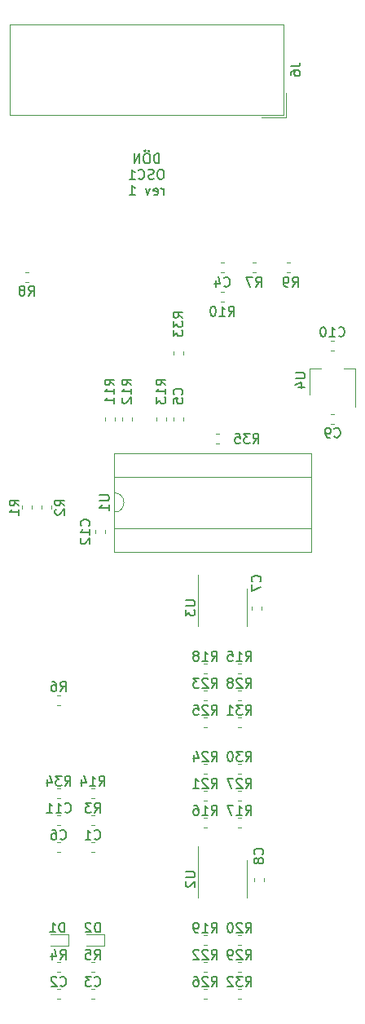
<source format=gbr>
G04 #@! TF.GenerationSoftware,KiCad,Pcbnew,5.1.6-c6e7f7d~86~ubuntu20.04.1*
G04 #@! TF.CreationDate,2020-05-29T14:12:18+02:00*
G04 #@! TF.ProjectId,osc1,6f736331-2e6b-4696-9361-645f70636258,rev?*
G04 #@! TF.SameCoordinates,Original*
G04 #@! TF.FileFunction,Legend,Bot*
G04 #@! TF.FilePolarity,Positive*
%FSLAX46Y46*%
G04 Gerber Fmt 4.6, Leading zero omitted, Abs format (unit mm)*
G04 Created by KiCad (PCBNEW 5.1.6-c6e7f7d~86~ubuntu20.04.1) date 2020-05-29 14:12:18*
%MOMM*%
%LPD*%
G01*
G04 APERTURE LIST*
%ADD10C,0.150000*%
%ADD11C,0.120000*%
G04 APERTURE END LIST*
D10*
X95035523Y-84146380D02*
X95035523Y-83146380D01*
X94797428Y-83146380D01*
X94654571Y-83194000D01*
X94559333Y-83289238D01*
X94511714Y-83384476D01*
X94464095Y-83574952D01*
X94464095Y-83717809D01*
X94511714Y-83908285D01*
X94559333Y-84003523D01*
X94654571Y-84098761D01*
X94797428Y-84146380D01*
X95035523Y-84146380D01*
X93845047Y-83146380D02*
X93654571Y-83146380D01*
X93559333Y-83194000D01*
X93464095Y-83289238D01*
X93416476Y-83479714D01*
X93416476Y-83813047D01*
X93464095Y-84003523D01*
X93559333Y-84098761D01*
X93654571Y-84146380D01*
X93845047Y-84146380D01*
X93940285Y-84098761D01*
X94035523Y-84003523D01*
X94083142Y-83813047D01*
X94083142Y-83479714D01*
X94035523Y-83289238D01*
X93940285Y-83194000D01*
X93845047Y-83146380D01*
X93940285Y-82813047D02*
X93892666Y-82860666D01*
X93940285Y-82908285D01*
X93987904Y-82860666D01*
X93940285Y-82813047D01*
X93940285Y-82908285D01*
X93559333Y-82813047D02*
X93511714Y-82860666D01*
X93559333Y-82908285D01*
X93606952Y-82860666D01*
X93559333Y-82813047D01*
X93559333Y-82908285D01*
X92987904Y-84146380D02*
X92987904Y-83146380D01*
X92416476Y-84146380D01*
X92416476Y-83146380D01*
X95273619Y-84796380D02*
X95083142Y-84796380D01*
X94987904Y-84844000D01*
X94892666Y-84939238D01*
X94845047Y-85129714D01*
X94845047Y-85463047D01*
X94892666Y-85653523D01*
X94987904Y-85748761D01*
X95083142Y-85796380D01*
X95273619Y-85796380D01*
X95368857Y-85748761D01*
X95464095Y-85653523D01*
X95511714Y-85463047D01*
X95511714Y-85129714D01*
X95464095Y-84939238D01*
X95368857Y-84844000D01*
X95273619Y-84796380D01*
X94464095Y-85748761D02*
X94321238Y-85796380D01*
X94083142Y-85796380D01*
X93987904Y-85748761D01*
X93940285Y-85701142D01*
X93892666Y-85605904D01*
X93892666Y-85510666D01*
X93940285Y-85415428D01*
X93987904Y-85367809D01*
X94083142Y-85320190D01*
X94273619Y-85272571D01*
X94368857Y-85224952D01*
X94416476Y-85177333D01*
X94464095Y-85082095D01*
X94464095Y-84986857D01*
X94416476Y-84891619D01*
X94368857Y-84844000D01*
X94273619Y-84796380D01*
X94035523Y-84796380D01*
X93892666Y-84844000D01*
X92892666Y-85701142D02*
X92940285Y-85748761D01*
X93083142Y-85796380D01*
X93178380Y-85796380D01*
X93321238Y-85748761D01*
X93416476Y-85653523D01*
X93464095Y-85558285D01*
X93511714Y-85367809D01*
X93511714Y-85224952D01*
X93464095Y-85034476D01*
X93416476Y-84939238D01*
X93321238Y-84844000D01*
X93178380Y-84796380D01*
X93083142Y-84796380D01*
X92940285Y-84844000D01*
X92892666Y-84891619D01*
X91940285Y-85796380D02*
X92511714Y-85796380D01*
X92226000Y-85796380D02*
X92226000Y-84796380D01*
X92321238Y-84939238D01*
X92416476Y-85034476D01*
X92511714Y-85082095D01*
X95464095Y-87446380D02*
X95464095Y-86779714D01*
X95464095Y-86970190D02*
X95416476Y-86874952D01*
X95368857Y-86827333D01*
X95273619Y-86779714D01*
X95178380Y-86779714D01*
X94464095Y-87398761D02*
X94559333Y-87446380D01*
X94749809Y-87446380D01*
X94845047Y-87398761D01*
X94892666Y-87303523D01*
X94892666Y-86922571D01*
X94845047Y-86827333D01*
X94749809Y-86779714D01*
X94559333Y-86779714D01*
X94464095Y-86827333D01*
X94416476Y-86922571D01*
X94416476Y-87017809D01*
X94892666Y-87113047D01*
X94083142Y-86779714D02*
X93845047Y-87446380D01*
X93606952Y-86779714D01*
X91940285Y-87446380D02*
X92511714Y-87446380D01*
X92226000Y-87446380D02*
X92226000Y-86446380D01*
X92321238Y-86589238D01*
X92416476Y-86684476D01*
X92511714Y-86732095D01*
D11*
X100929221Y-113286000D02*
X101254779Y-113286000D01*
X100929221Y-112266000D02*
X101254779Y-112266000D01*
X89410000Y-122590779D02*
X89410000Y-122265221D01*
X88390000Y-122590779D02*
X88390000Y-122265221D01*
X84744779Y-149096000D02*
X84419221Y-149096000D01*
X84744779Y-150116000D02*
X84419221Y-150116000D01*
X84444721Y-152910000D02*
X84770279Y-152910000D01*
X84444721Y-151890000D02*
X84770279Y-151890000D01*
X111830000Y-105471500D02*
X110630000Y-105471500D01*
X110630000Y-105471500D02*
X110630000Y-108171500D01*
X115430000Y-109471500D02*
X115430000Y-105471500D01*
X115430000Y-105471500D02*
X114230000Y-105471500D01*
X87975221Y-150116000D02*
X88300779Y-150116000D01*
X87975221Y-149096000D02*
X88300779Y-149096000D01*
X113192779Y-102614000D02*
X112867221Y-102614000D01*
X113192779Y-103634000D02*
X112867221Y-103634000D01*
X112892721Y-111254000D02*
X113218279Y-111254000D01*
X112892721Y-110234000D02*
X113218279Y-110234000D01*
X96518000Y-103697720D02*
X96518000Y-104023278D01*
X97538000Y-103697720D02*
X97538000Y-104023278D01*
X104160000Y-130302000D02*
X104160000Y-132252000D01*
X104160000Y-130302000D02*
X104160000Y-128352000D01*
X99040000Y-130302000D02*
X99040000Y-132252000D01*
X99040000Y-130302000D02*
X99040000Y-126852000D01*
X105920000Y-158684279D02*
X105920000Y-158358721D01*
X104900000Y-158684279D02*
X104900000Y-158358721D01*
X105666000Y-130490279D02*
X105666000Y-130164721D01*
X104646000Y-130490279D02*
X104646000Y-130164721D01*
X89288000Y-164246000D02*
X89288000Y-165446000D01*
X87438000Y-164246000D02*
X89288000Y-164246000D01*
X87438000Y-165446000D02*
X89288000Y-165446000D01*
X85605000Y-164246000D02*
X85605000Y-165446000D01*
X83755000Y-164246000D02*
X85605000Y-164246000D01*
X83755000Y-165446000D02*
X85605000Y-165446000D01*
X104160000Y-158496000D02*
X104160000Y-160446000D01*
X104160000Y-158496000D02*
X104160000Y-156546000D01*
X99040000Y-158496000D02*
X99040000Y-160446000D01*
X99040000Y-158496000D02*
X99040000Y-155046000D01*
X90304000Y-124520000D02*
X90304000Y-114240000D01*
X110864000Y-124520000D02*
X90304000Y-124520000D01*
X110864000Y-114240000D02*
X110864000Y-124520000D01*
X90304000Y-114240000D02*
X110864000Y-114240000D01*
X90364000Y-122030000D02*
X90364000Y-120380000D01*
X110804000Y-122030000D02*
X90364000Y-122030000D01*
X110804000Y-116730000D02*
X110804000Y-122030000D01*
X90364000Y-116730000D02*
X110804000Y-116730000D01*
X90364000Y-118380000D02*
X90364000Y-116730000D01*
X90364000Y-120380000D02*
G75*
G03*
X90364000Y-118380000I0J1000000D01*
G01*
X103540779Y-169924000D02*
X103215221Y-169924000D01*
X103540779Y-170944000D02*
X103215221Y-170944000D01*
X103540779Y-141730000D02*
X103215221Y-141730000D01*
X103540779Y-142750000D02*
X103215221Y-142750000D01*
X103540779Y-146556000D02*
X103215221Y-146556000D01*
X103540779Y-147576000D02*
X103215221Y-147576000D01*
X103540779Y-167130000D02*
X103215221Y-167130000D01*
X103540779Y-168150000D02*
X103215221Y-168150000D01*
X103540779Y-138936000D02*
X103215221Y-138936000D01*
X103540779Y-139956000D02*
X103215221Y-139956000D01*
X103540779Y-149350000D02*
X103215221Y-149350000D01*
X103540779Y-150370000D02*
X103215221Y-150370000D01*
X99984779Y-169924000D02*
X99659221Y-169924000D01*
X99984779Y-170944000D02*
X99659221Y-170944000D01*
X99984779Y-141730000D02*
X99659221Y-141730000D01*
X99984779Y-142750000D02*
X99659221Y-142750000D01*
X99984779Y-146556000D02*
X99659221Y-146556000D01*
X99984779Y-147576000D02*
X99659221Y-147576000D01*
X99659221Y-139956000D02*
X99984779Y-139956000D01*
X99659221Y-138936000D02*
X99984779Y-138936000D01*
X99659221Y-168150000D02*
X99984779Y-168150000D01*
X99659221Y-167130000D02*
X99984779Y-167130000D01*
X99659221Y-150370000D02*
X99984779Y-150370000D01*
X99659221Y-149350000D02*
X99984779Y-149350000D01*
X103215221Y-165356000D02*
X103540779Y-165356000D01*
X103215221Y-164336000D02*
X103540779Y-164336000D01*
X99984779Y-164336000D02*
X99659221Y-164336000D01*
X99984779Y-165356000D02*
X99659221Y-165356000D01*
X99984779Y-136142000D02*
X99659221Y-136142000D01*
X99984779Y-137162000D02*
X99659221Y-137162000D01*
X103540779Y-152144000D02*
X103215221Y-152144000D01*
X103540779Y-153164000D02*
X103215221Y-153164000D01*
X99984779Y-152144000D02*
X99659221Y-152144000D01*
X99984779Y-153164000D02*
X99659221Y-153164000D01*
X103540779Y-136142000D02*
X103215221Y-136142000D01*
X103540779Y-137162000D02*
X103215221Y-137162000D01*
X95760000Y-110906779D02*
X95760000Y-110581221D01*
X94740000Y-110906779D02*
X94740000Y-110581221D01*
X92204000Y-110906779D02*
X92204000Y-110581221D01*
X91184000Y-110906779D02*
X91184000Y-110581221D01*
X90426000Y-110906779D02*
X90426000Y-110581221D01*
X89406000Y-110906779D02*
X89406000Y-110581221D01*
X101762779Y-98554000D02*
X101437221Y-98554000D01*
X101762779Y-97534000D02*
X101437221Y-97534000D01*
X108295221Y-95506000D02*
X108620779Y-95506000D01*
X108295221Y-94486000D02*
X108620779Y-94486000D01*
X81117221Y-96522000D02*
X81442779Y-96522000D01*
X81117221Y-95502000D02*
X81442779Y-95502000D01*
X105064779Y-94486000D02*
X104739221Y-94486000D01*
X105064779Y-95506000D02*
X104739221Y-95506000D01*
X84744779Y-139444000D02*
X84419221Y-139444000D01*
X84744779Y-140464000D02*
X84419221Y-140464000D01*
X88300779Y-167130000D02*
X87975221Y-167130000D01*
X88300779Y-168150000D02*
X87975221Y-168150000D01*
X84744779Y-167130000D02*
X84419221Y-167130000D01*
X84744779Y-168150000D02*
X84419221Y-168150000D01*
X88300779Y-151890000D02*
X87975221Y-151890000D01*
X88300779Y-152910000D02*
X87975221Y-152910000D01*
X83822000Y-120050779D02*
X83822000Y-119725221D01*
X82802000Y-120050779D02*
X82802000Y-119725221D01*
X81790000Y-120050779D02*
X81790000Y-119725221D01*
X80770000Y-120050779D02*
X80770000Y-119725221D01*
X107966000Y-69747000D02*
X79486000Y-69747000D01*
X79486000Y-69747000D02*
X79486000Y-79097000D01*
X79486000Y-79097000D02*
X107966000Y-79097000D01*
X107966000Y-79097000D02*
X107966000Y-69747000D01*
X108216000Y-79347000D02*
X105676000Y-79347000D01*
X108216000Y-79347000D02*
X108216000Y-76807000D01*
X84744779Y-154684000D02*
X84419221Y-154684000D01*
X84744779Y-155704000D02*
X84419221Y-155704000D01*
X97538000Y-110906779D02*
X97538000Y-110581221D01*
X96518000Y-110906779D02*
X96518000Y-110581221D01*
X101762779Y-95506000D02*
X101437221Y-95506000D01*
X101762779Y-94486000D02*
X101437221Y-94486000D01*
X87975221Y-170944000D02*
X88300779Y-170944000D01*
X87975221Y-169924000D02*
X88300779Y-169924000D01*
X84744779Y-169924000D02*
X84419221Y-169924000D01*
X84744779Y-170944000D02*
X84419221Y-170944000D01*
X87975221Y-155704000D02*
X88300779Y-155704000D01*
X87975221Y-154684000D02*
X88300779Y-154684000D01*
D10*
X104782857Y-113228380D02*
X105116190Y-112752190D01*
X105354285Y-113228380D02*
X105354285Y-112228380D01*
X104973333Y-112228380D01*
X104878095Y-112276000D01*
X104830476Y-112323619D01*
X104782857Y-112418857D01*
X104782857Y-112561714D01*
X104830476Y-112656952D01*
X104878095Y-112704571D01*
X104973333Y-112752190D01*
X105354285Y-112752190D01*
X104449523Y-112228380D02*
X103830476Y-112228380D01*
X104163809Y-112609333D01*
X104020952Y-112609333D01*
X103925714Y-112656952D01*
X103878095Y-112704571D01*
X103830476Y-112799809D01*
X103830476Y-113037904D01*
X103878095Y-113133142D01*
X103925714Y-113180761D01*
X104020952Y-113228380D01*
X104306666Y-113228380D01*
X104401904Y-113180761D01*
X104449523Y-113133142D01*
X102925714Y-112228380D02*
X103401904Y-112228380D01*
X103449523Y-112704571D01*
X103401904Y-112656952D01*
X103306666Y-112609333D01*
X103068571Y-112609333D01*
X102973333Y-112656952D01*
X102925714Y-112704571D01*
X102878095Y-112799809D01*
X102878095Y-113037904D01*
X102925714Y-113133142D01*
X102973333Y-113180761D01*
X103068571Y-113228380D01*
X103306666Y-113228380D01*
X103401904Y-113180761D01*
X103449523Y-113133142D01*
X87733142Y-121785142D02*
X87780761Y-121737523D01*
X87828380Y-121594666D01*
X87828380Y-121499428D01*
X87780761Y-121356571D01*
X87685523Y-121261333D01*
X87590285Y-121213714D01*
X87399809Y-121166095D01*
X87256952Y-121166095D01*
X87066476Y-121213714D01*
X86971238Y-121261333D01*
X86876000Y-121356571D01*
X86828380Y-121499428D01*
X86828380Y-121594666D01*
X86876000Y-121737523D01*
X86923619Y-121785142D01*
X87828380Y-122737523D02*
X87828380Y-122166095D01*
X87828380Y-122451809D02*
X86828380Y-122451809D01*
X86971238Y-122356571D01*
X87066476Y-122261333D01*
X87114095Y-122166095D01*
X86923619Y-123118476D02*
X86876000Y-123166095D01*
X86828380Y-123261333D01*
X86828380Y-123499428D01*
X86876000Y-123594666D01*
X86923619Y-123642285D01*
X87018857Y-123689904D01*
X87114095Y-123689904D01*
X87256952Y-123642285D01*
X87828380Y-123070857D01*
X87828380Y-123689904D01*
X85224857Y-148788380D02*
X85558190Y-148312190D01*
X85796285Y-148788380D02*
X85796285Y-147788380D01*
X85415333Y-147788380D01*
X85320095Y-147836000D01*
X85272476Y-147883619D01*
X85224857Y-147978857D01*
X85224857Y-148121714D01*
X85272476Y-148216952D01*
X85320095Y-148264571D01*
X85415333Y-148312190D01*
X85796285Y-148312190D01*
X84891523Y-147788380D02*
X84272476Y-147788380D01*
X84605809Y-148169333D01*
X84462952Y-148169333D01*
X84367714Y-148216952D01*
X84320095Y-148264571D01*
X84272476Y-148359809D01*
X84272476Y-148597904D01*
X84320095Y-148693142D01*
X84367714Y-148740761D01*
X84462952Y-148788380D01*
X84748666Y-148788380D01*
X84843904Y-148740761D01*
X84891523Y-148693142D01*
X83415333Y-148121714D02*
X83415333Y-148788380D01*
X83653428Y-147740761D02*
X83891523Y-148455047D01*
X83272476Y-148455047D01*
X85250357Y-151487142D02*
X85297976Y-151534761D01*
X85440833Y-151582380D01*
X85536071Y-151582380D01*
X85678928Y-151534761D01*
X85774166Y-151439523D01*
X85821785Y-151344285D01*
X85869404Y-151153809D01*
X85869404Y-151010952D01*
X85821785Y-150820476D01*
X85774166Y-150725238D01*
X85678928Y-150630000D01*
X85536071Y-150582380D01*
X85440833Y-150582380D01*
X85297976Y-150630000D01*
X85250357Y-150677619D01*
X84297976Y-151582380D02*
X84869404Y-151582380D01*
X84583690Y-151582380D02*
X84583690Y-150582380D01*
X84678928Y-150725238D01*
X84774166Y-150820476D01*
X84869404Y-150868095D01*
X83345595Y-151582380D02*
X83917023Y-151582380D01*
X83631309Y-151582380D02*
X83631309Y-150582380D01*
X83726547Y-150725238D01*
X83821785Y-150820476D01*
X83917023Y-150868095D01*
X109180380Y-105918095D02*
X109989904Y-105918095D01*
X110085142Y-105965714D01*
X110132761Y-106013333D01*
X110180380Y-106108571D01*
X110180380Y-106299047D01*
X110132761Y-106394285D01*
X110085142Y-106441904D01*
X109989904Y-106489523D01*
X109180380Y-106489523D01*
X109513714Y-107394285D02*
X110180380Y-107394285D01*
X109132761Y-107156190D02*
X109847047Y-106918095D01*
X109847047Y-107537142D01*
X88780857Y-148788380D02*
X89114190Y-148312190D01*
X89352285Y-148788380D02*
X89352285Y-147788380D01*
X88971333Y-147788380D01*
X88876095Y-147836000D01*
X88828476Y-147883619D01*
X88780857Y-147978857D01*
X88780857Y-148121714D01*
X88828476Y-148216952D01*
X88876095Y-148264571D01*
X88971333Y-148312190D01*
X89352285Y-148312190D01*
X87828476Y-148788380D02*
X88399904Y-148788380D01*
X88114190Y-148788380D02*
X88114190Y-147788380D01*
X88209428Y-147931238D01*
X88304666Y-148026476D01*
X88399904Y-148074095D01*
X86971333Y-148121714D02*
X86971333Y-148788380D01*
X87209428Y-147740761D02*
X87447523Y-148455047D01*
X86828476Y-148455047D01*
X113672857Y-102051142D02*
X113720476Y-102098761D01*
X113863333Y-102146380D01*
X113958571Y-102146380D01*
X114101428Y-102098761D01*
X114196666Y-102003523D01*
X114244285Y-101908285D01*
X114291904Y-101717809D01*
X114291904Y-101574952D01*
X114244285Y-101384476D01*
X114196666Y-101289238D01*
X114101428Y-101194000D01*
X113958571Y-101146380D01*
X113863333Y-101146380D01*
X113720476Y-101194000D01*
X113672857Y-101241619D01*
X112720476Y-102146380D02*
X113291904Y-102146380D01*
X113006190Y-102146380D02*
X113006190Y-101146380D01*
X113101428Y-101289238D01*
X113196666Y-101384476D01*
X113291904Y-101432095D01*
X112101428Y-101146380D02*
X112006190Y-101146380D01*
X111910952Y-101194000D01*
X111863333Y-101241619D01*
X111815714Y-101336857D01*
X111768095Y-101527333D01*
X111768095Y-101765428D01*
X111815714Y-101955904D01*
X111863333Y-102051142D01*
X111910952Y-102098761D01*
X112006190Y-102146380D01*
X112101428Y-102146380D01*
X112196666Y-102098761D01*
X112244285Y-102051142D01*
X112291904Y-101955904D01*
X112339523Y-101765428D01*
X112339523Y-101527333D01*
X112291904Y-101336857D01*
X112244285Y-101241619D01*
X112196666Y-101194000D01*
X112101428Y-101146380D01*
X113222166Y-112531142D02*
X113269785Y-112578761D01*
X113412642Y-112626380D01*
X113507880Y-112626380D01*
X113650738Y-112578761D01*
X113745976Y-112483523D01*
X113793595Y-112388285D01*
X113841214Y-112197809D01*
X113841214Y-112054952D01*
X113793595Y-111864476D01*
X113745976Y-111769238D01*
X113650738Y-111674000D01*
X113507880Y-111626380D01*
X113412642Y-111626380D01*
X113269785Y-111674000D01*
X113222166Y-111721619D01*
X112745976Y-112626380D02*
X112555500Y-112626380D01*
X112460261Y-112578761D01*
X112412642Y-112531142D01*
X112317404Y-112388285D01*
X112269785Y-112197809D01*
X112269785Y-111816857D01*
X112317404Y-111721619D01*
X112365023Y-111674000D01*
X112460261Y-111626380D01*
X112650738Y-111626380D01*
X112745976Y-111674000D01*
X112793595Y-111721619D01*
X112841214Y-111816857D01*
X112841214Y-112054952D01*
X112793595Y-112150190D01*
X112745976Y-112197809D01*
X112650738Y-112245428D01*
X112460261Y-112245428D01*
X112365023Y-112197809D01*
X112317404Y-112150190D01*
X112269785Y-112054952D01*
X97480380Y-100195142D02*
X97004190Y-99861809D01*
X97480380Y-99623714D02*
X96480380Y-99623714D01*
X96480380Y-100004666D01*
X96528000Y-100099904D01*
X96575619Y-100147523D01*
X96670857Y-100195142D01*
X96813714Y-100195142D01*
X96908952Y-100147523D01*
X96956571Y-100099904D01*
X97004190Y-100004666D01*
X97004190Y-99623714D01*
X96480380Y-100528476D02*
X96480380Y-101147523D01*
X96861333Y-100814190D01*
X96861333Y-100957047D01*
X96908952Y-101052285D01*
X96956571Y-101099904D01*
X97051809Y-101147523D01*
X97289904Y-101147523D01*
X97385142Y-101099904D01*
X97432761Y-101052285D01*
X97480380Y-100957047D01*
X97480380Y-100671333D01*
X97432761Y-100576095D01*
X97385142Y-100528476D01*
X96480380Y-101480857D02*
X96480380Y-102099904D01*
X96861333Y-101766571D01*
X96861333Y-101909428D01*
X96908952Y-102004666D01*
X96956571Y-102052285D01*
X97051809Y-102099904D01*
X97289904Y-102099904D01*
X97385142Y-102052285D01*
X97432761Y-102004666D01*
X97480380Y-101909428D01*
X97480380Y-101623714D01*
X97432761Y-101528476D01*
X97385142Y-101480857D01*
X97750380Y-129540095D02*
X98559904Y-129540095D01*
X98655142Y-129587714D01*
X98702761Y-129635333D01*
X98750380Y-129730571D01*
X98750380Y-129921047D01*
X98702761Y-130016285D01*
X98655142Y-130063904D01*
X98559904Y-130111523D01*
X97750380Y-130111523D01*
X97750380Y-130492476D02*
X97750380Y-131111523D01*
X98131333Y-130778190D01*
X98131333Y-130921047D01*
X98178952Y-131016285D01*
X98226571Y-131063904D01*
X98321809Y-131111523D01*
X98559904Y-131111523D01*
X98655142Y-131063904D01*
X98702761Y-131016285D01*
X98750380Y-130921047D01*
X98750380Y-130635333D01*
X98702761Y-130540095D01*
X98655142Y-130492476D01*
X105767142Y-155916333D02*
X105814761Y-155868714D01*
X105862380Y-155725857D01*
X105862380Y-155630619D01*
X105814761Y-155487761D01*
X105719523Y-155392523D01*
X105624285Y-155344904D01*
X105433809Y-155297285D01*
X105290952Y-155297285D01*
X105100476Y-155344904D01*
X105005238Y-155392523D01*
X104910000Y-155487761D01*
X104862380Y-155630619D01*
X104862380Y-155725857D01*
X104910000Y-155868714D01*
X104957619Y-155916333D01*
X105290952Y-156487761D02*
X105243333Y-156392523D01*
X105195714Y-156344904D01*
X105100476Y-156297285D01*
X105052857Y-156297285D01*
X104957619Y-156344904D01*
X104910000Y-156392523D01*
X104862380Y-156487761D01*
X104862380Y-156678238D01*
X104910000Y-156773476D01*
X104957619Y-156821095D01*
X105052857Y-156868714D01*
X105100476Y-156868714D01*
X105195714Y-156821095D01*
X105243333Y-156773476D01*
X105290952Y-156678238D01*
X105290952Y-156487761D01*
X105338571Y-156392523D01*
X105386190Y-156344904D01*
X105481428Y-156297285D01*
X105671904Y-156297285D01*
X105767142Y-156344904D01*
X105814761Y-156392523D01*
X105862380Y-156487761D01*
X105862380Y-156678238D01*
X105814761Y-156773476D01*
X105767142Y-156821095D01*
X105671904Y-156868714D01*
X105481428Y-156868714D01*
X105386190Y-156821095D01*
X105338571Y-156773476D01*
X105290952Y-156678238D01*
X105513142Y-127595333D02*
X105560761Y-127547714D01*
X105608380Y-127404857D01*
X105608380Y-127309619D01*
X105560761Y-127166761D01*
X105465523Y-127071523D01*
X105370285Y-127023904D01*
X105179809Y-126976285D01*
X105036952Y-126976285D01*
X104846476Y-127023904D01*
X104751238Y-127071523D01*
X104656000Y-127166761D01*
X104608380Y-127309619D01*
X104608380Y-127404857D01*
X104656000Y-127547714D01*
X104703619Y-127595333D01*
X104608380Y-127928666D02*
X104608380Y-128595333D01*
X105608380Y-128166761D01*
X88876095Y-163998380D02*
X88876095Y-162998380D01*
X88638000Y-162998380D01*
X88495142Y-163046000D01*
X88399904Y-163141238D01*
X88352285Y-163236476D01*
X88304666Y-163426952D01*
X88304666Y-163569809D01*
X88352285Y-163760285D01*
X88399904Y-163855523D01*
X88495142Y-163950761D01*
X88638000Y-163998380D01*
X88876095Y-163998380D01*
X87923714Y-163093619D02*
X87876095Y-163046000D01*
X87780857Y-162998380D01*
X87542761Y-162998380D01*
X87447523Y-163046000D01*
X87399904Y-163093619D01*
X87352285Y-163188857D01*
X87352285Y-163284095D01*
X87399904Y-163426952D01*
X87971333Y-163998380D01*
X87352285Y-163998380D01*
X85193095Y-163998380D02*
X85193095Y-162998380D01*
X84955000Y-162998380D01*
X84812142Y-163046000D01*
X84716904Y-163141238D01*
X84669285Y-163236476D01*
X84621666Y-163426952D01*
X84621666Y-163569809D01*
X84669285Y-163760285D01*
X84716904Y-163855523D01*
X84812142Y-163950761D01*
X84955000Y-163998380D01*
X85193095Y-163998380D01*
X83669285Y-163998380D02*
X84240714Y-163998380D01*
X83955000Y-163998380D02*
X83955000Y-162998380D01*
X84050238Y-163141238D01*
X84145476Y-163236476D01*
X84240714Y-163284095D01*
X97750380Y-157734095D02*
X98559904Y-157734095D01*
X98655142Y-157781714D01*
X98702761Y-157829333D01*
X98750380Y-157924571D01*
X98750380Y-158115047D01*
X98702761Y-158210285D01*
X98655142Y-158257904D01*
X98559904Y-158305523D01*
X97750380Y-158305523D01*
X97845619Y-158734095D02*
X97798000Y-158781714D01*
X97750380Y-158876952D01*
X97750380Y-159115047D01*
X97798000Y-159210285D01*
X97845619Y-159257904D01*
X97940857Y-159305523D01*
X98036095Y-159305523D01*
X98178952Y-159257904D01*
X98750380Y-158686476D01*
X98750380Y-159305523D01*
X88816380Y-118618095D02*
X89625904Y-118618095D01*
X89721142Y-118665714D01*
X89768761Y-118713333D01*
X89816380Y-118808571D01*
X89816380Y-118999047D01*
X89768761Y-119094285D01*
X89721142Y-119141904D01*
X89625904Y-119189523D01*
X88816380Y-119189523D01*
X89816380Y-120189523D02*
X89816380Y-119618095D01*
X89816380Y-119903809D02*
X88816380Y-119903809D01*
X88959238Y-119808571D01*
X89054476Y-119713333D01*
X89102095Y-119618095D01*
X104020857Y-169616380D02*
X104354190Y-169140190D01*
X104592285Y-169616380D02*
X104592285Y-168616380D01*
X104211333Y-168616380D01*
X104116095Y-168664000D01*
X104068476Y-168711619D01*
X104020857Y-168806857D01*
X104020857Y-168949714D01*
X104068476Y-169044952D01*
X104116095Y-169092571D01*
X104211333Y-169140190D01*
X104592285Y-169140190D01*
X103687523Y-168616380D02*
X103068476Y-168616380D01*
X103401809Y-168997333D01*
X103258952Y-168997333D01*
X103163714Y-169044952D01*
X103116095Y-169092571D01*
X103068476Y-169187809D01*
X103068476Y-169425904D01*
X103116095Y-169521142D01*
X103163714Y-169568761D01*
X103258952Y-169616380D01*
X103544666Y-169616380D01*
X103639904Y-169568761D01*
X103687523Y-169521142D01*
X102687523Y-168711619D02*
X102639904Y-168664000D01*
X102544666Y-168616380D01*
X102306571Y-168616380D01*
X102211333Y-168664000D01*
X102163714Y-168711619D01*
X102116095Y-168806857D01*
X102116095Y-168902095D01*
X102163714Y-169044952D01*
X102735142Y-169616380D01*
X102116095Y-169616380D01*
X104020857Y-141422380D02*
X104354190Y-140946190D01*
X104592285Y-141422380D02*
X104592285Y-140422380D01*
X104211333Y-140422380D01*
X104116095Y-140470000D01*
X104068476Y-140517619D01*
X104020857Y-140612857D01*
X104020857Y-140755714D01*
X104068476Y-140850952D01*
X104116095Y-140898571D01*
X104211333Y-140946190D01*
X104592285Y-140946190D01*
X103687523Y-140422380D02*
X103068476Y-140422380D01*
X103401809Y-140803333D01*
X103258952Y-140803333D01*
X103163714Y-140850952D01*
X103116095Y-140898571D01*
X103068476Y-140993809D01*
X103068476Y-141231904D01*
X103116095Y-141327142D01*
X103163714Y-141374761D01*
X103258952Y-141422380D01*
X103544666Y-141422380D01*
X103639904Y-141374761D01*
X103687523Y-141327142D01*
X102116095Y-141422380D02*
X102687523Y-141422380D01*
X102401809Y-141422380D02*
X102401809Y-140422380D01*
X102497047Y-140565238D01*
X102592285Y-140660476D01*
X102687523Y-140708095D01*
X104020857Y-146248380D02*
X104354190Y-145772190D01*
X104592285Y-146248380D02*
X104592285Y-145248380D01*
X104211333Y-145248380D01*
X104116095Y-145296000D01*
X104068476Y-145343619D01*
X104020857Y-145438857D01*
X104020857Y-145581714D01*
X104068476Y-145676952D01*
X104116095Y-145724571D01*
X104211333Y-145772190D01*
X104592285Y-145772190D01*
X103687523Y-145248380D02*
X103068476Y-145248380D01*
X103401809Y-145629333D01*
X103258952Y-145629333D01*
X103163714Y-145676952D01*
X103116095Y-145724571D01*
X103068476Y-145819809D01*
X103068476Y-146057904D01*
X103116095Y-146153142D01*
X103163714Y-146200761D01*
X103258952Y-146248380D01*
X103544666Y-146248380D01*
X103639904Y-146200761D01*
X103687523Y-146153142D01*
X102449428Y-145248380D02*
X102354190Y-145248380D01*
X102258952Y-145296000D01*
X102211333Y-145343619D01*
X102163714Y-145438857D01*
X102116095Y-145629333D01*
X102116095Y-145867428D01*
X102163714Y-146057904D01*
X102211333Y-146153142D01*
X102258952Y-146200761D01*
X102354190Y-146248380D01*
X102449428Y-146248380D01*
X102544666Y-146200761D01*
X102592285Y-146153142D01*
X102639904Y-146057904D01*
X102687523Y-145867428D01*
X102687523Y-145629333D01*
X102639904Y-145438857D01*
X102592285Y-145343619D01*
X102544666Y-145296000D01*
X102449428Y-145248380D01*
X104020857Y-166822380D02*
X104354190Y-166346190D01*
X104592285Y-166822380D02*
X104592285Y-165822380D01*
X104211333Y-165822380D01*
X104116095Y-165870000D01*
X104068476Y-165917619D01*
X104020857Y-166012857D01*
X104020857Y-166155714D01*
X104068476Y-166250952D01*
X104116095Y-166298571D01*
X104211333Y-166346190D01*
X104592285Y-166346190D01*
X103639904Y-165917619D02*
X103592285Y-165870000D01*
X103497047Y-165822380D01*
X103258952Y-165822380D01*
X103163714Y-165870000D01*
X103116095Y-165917619D01*
X103068476Y-166012857D01*
X103068476Y-166108095D01*
X103116095Y-166250952D01*
X103687523Y-166822380D01*
X103068476Y-166822380D01*
X102592285Y-166822380D02*
X102401809Y-166822380D01*
X102306571Y-166774761D01*
X102258952Y-166727142D01*
X102163714Y-166584285D01*
X102116095Y-166393809D01*
X102116095Y-166012857D01*
X102163714Y-165917619D01*
X102211333Y-165870000D01*
X102306571Y-165822380D01*
X102497047Y-165822380D01*
X102592285Y-165870000D01*
X102639904Y-165917619D01*
X102687523Y-166012857D01*
X102687523Y-166250952D01*
X102639904Y-166346190D01*
X102592285Y-166393809D01*
X102497047Y-166441428D01*
X102306571Y-166441428D01*
X102211333Y-166393809D01*
X102163714Y-166346190D01*
X102116095Y-166250952D01*
X104020857Y-138628380D02*
X104354190Y-138152190D01*
X104592285Y-138628380D02*
X104592285Y-137628380D01*
X104211333Y-137628380D01*
X104116095Y-137676000D01*
X104068476Y-137723619D01*
X104020857Y-137818857D01*
X104020857Y-137961714D01*
X104068476Y-138056952D01*
X104116095Y-138104571D01*
X104211333Y-138152190D01*
X104592285Y-138152190D01*
X103639904Y-137723619D02*
X103592285Y-137676000D01*
X103497047Y-137628380D01*
X103258952Y-137628380D01*
X103163714Y-137676000D01*
X103116095Y-137723619D01*
X103068476Y-137818857D01*
X103068476Y-137914095D01*
X103116095Y-138056952D01*
X103687523Y-138628380D01*
X103068476Y-138628380D01*
X102497047Y-138056952D02*
X102592285Y-138009333D01*
X102639904Y-137961714D01*
X102687523Y-137866476D01*
X102687523Y-137818857D01*
X102639904Y-137723619D01*
X102592285Y-137676000D01*
X102497047Y-137628380D01*
X102306571Y-137628380D01*
X102211333Y-137676000D01*
X102163714Y-137723619D01*
X102116095Y-137818857D01*
X102116095Y-137866476D01*
X102163714Y-137961714D01*
X102211333Y-138009333D01*
X102306571Y-138056952D01*
X102497047Y-138056952D01*
X102592285Y-138104571D01*
X102639904Y-138152190D01*
X102687523Y-138247428D01*
X102687523Y-138437904D01*
X102639904Y-138533142D01*
X102592285Y-138580761D01*
X102497047Y-138628380D01*
X102306571Y-138628380D01*
X102211333Y-138580761D01*
X102163714Y-138533142D01*
X102116095Y-138437904D01*
X102116095Y-138247428D01*
X102163714Y-138152190D01*
X102211333Y-138104571D01*
X102306571Y-138056952D01*
X104020857Y-149042380D02*
X104354190Y-148566190D01*
X104592285Y-149042380D02*
X104592285Y-148042380D01*
X104211333Y-148042380D01*
X104116095Y-148090000D01*
X104068476Y-148137619D01*
X104020857Y-148232857D01*
X104020857Y-148375714D01*
X104068476Y-148470952D01*
X104116095Y-148518571D01*
X104211333Y-148566190D01*
X104592285Y-148566190D01*
X103639904Y-148137619D02*
X103592285Y-148090000D01*
X103497047Y-148042380D01*
X103258952Y-148042380D01*
X103163714Y-148090000D01*
X103116095Y-148137619D01*
X103068476Y-148232857D01*
X103068476Y-148328095D01*
X103116095Y-148470952D01*
X103687523Y-149042380D01*
X103068476Y-149042380D01*
X102735142Y-148042380D02*
X102068476Y-148042380D01*
X102497047Y-149042380D01*
X100464857Y-169616380D02*
X100798190Y-169140190D01*
X101036285Y-169616380D02*
X101036285Y-168616380D01*
X100655333Y-168616380D01*
X100560095Y-168664000D01*
X100512476Y-168711619D01*
X100464857Y-168806857D01*
X100464857Y-168949714D01*
X100512476Y-169044952D01*
X100560095Y-169092571D01*
X100655333Y-169140190D01*
X101036285Y-169140190D01*
X100083904Y-168711619D02*
X100036285Y-168664000D01*
X99941047Y-168616380D01*
X99702952Y-168616380D01*
X99607714Y-168664000D01*
X99560095Y-168711619D01*
X99512476Y-168806857D01*
X99512476Y-168902095D01*
X99560095Y-169044952D01*
X100131523Y-169616380D01*
X99512476Y-169616380D01*
X98655333Y-168616380D02*
X98845809Y-168616380D01*
X98941047Y-168664000D01*
X98988666Y-168711619D01*
X99083904Y-168854476D01*
X99131523Y-169044952D01*
X99131523Y-169425904D01*
X99083904Y-169521142D01*
X99036285Y-169568761D01*
X98941047Y-169616380D01*
X98750571Y-169616380D01*
X98655333Y-169568761D01*
X98607714Y-169521142D01*
X98560095Y-169425904D01*
X98560095Y-169187809D01*
X98607714Y-169092571D01*
X98655333Y-169044952D01*
X98750571Y-168997333D01*
X98941047Y-168997333D01*
X99036285Y-169044952D01*
X99083904Y-169092571D01*
X99131523Y-169187809D01*
X100464857Y-141422380D02*
X100798190Y-140946190D01*
X101036285Y-141422380D02*
X101036285Y-140422380D01*
X100655333Y-140422380D01*
X100560095Y-140470000D01*
X100512476Y-140517619D01*
X100464857Y-140612857D01*
X100464857Y-140755714D01*
X100512476Y-140850952D01*
X100560095Y-140898571D01*
X100655333Y-140946190D01*
X101036285Y-140946190D01*
X100083904Y-140517619D02*
X100036285Y-140470000D01*
X99941047Y-140422380D01*
X99702952Y-140422380D01*
X99607714Y-140470000D01*
X99560095Y-140517619D01*
X99512476Y-140612857D01*
X99512476Y-140708095D01*
X99560095Y-140850952D01*
X100131523Y-141422380D01*
X99512476Y-141422380D01*
X98607714Y-140422380D02*
X99083904Y-140422380D01*
X99131523Y-140898571D01*
X99083904Y-140850952D01*
X98988666Y-140803333D01*
X98750571Y-140803333D01*
X98655333Y-140850952D01*
X98607714Y-140898571D01*
X98560095Y-140993809D01*
X98560095Y-141231904D01*
X98607714Y-141327142D01*
X98655333Y-141374761D01*
X98750571Y-141422380D01*
X98988666Y-141422380D01*
X99083904Y-141374761D01*
X99131523Y-141327142D01*
X100464857Y-146248380D02*
X100798190Y-145772190D01*
X101036285Y-146248380D02*
X101036285Y-145248380D01*
X100655333Y-145248380D01*
X100560095Y-145296000D01*
X100512476Y-145343619D01*
X100464857Y-145438857D01*
X100464857Y-145581714D01*
X100512476Y-145676952D01*
X100560095Y-145724571D01*
X100655333Y-145772190D01*
X101036285Y-145772190D01*
X100083904Y-145343619D02*
X100036285Y-145296000D01*
X99941047Y-145248380D01*
X99702952Y-145248380D01*
X99607714Y-145296000D01*
X99560095Y-145343619D01*
X99512476Y-145438857D01*
X99512476Y-145534095D01*
X99560095Y-145676952D01*
X100131523Y-146248380D01*
X99512476Y-146248380D01*
X98655333Y-145581714D02*
X98655333Y-146248380D01*
X98893428Y-145200761D02*
X99131523Y-145915047D01*
X98512476Y-145915047D01*
X100464857Y-138628380D02*
X100798190Y-138152190D01*
X101036285Y-138628380D02*
X101036285Y-137628380D01*
X100655333Y-137628380D01*
X100560095Y-137676000D01*
X100512476Y-137723619D01*
X100464857Y-137818857D01*
X100464857Y-137961714D01*
X100512476Y-138056952D01*
X100560095Y-138104571D01*
X100655333Y-138152190D01*
X101036285Y-138152190D01*
X100083904Y-137723619D02*
X100036285Y-137676000D01*
X99941047Y-137628380D01*
X99702952Y-137628380D01*
X99607714Y-137676000D01*
X99560095Y-137723619D01*
X99512476Y-137818857D01*
X99512476Y-137914095D01*
X99560095Y-138056952D01*
X100131523Y-138628380D01*
X99512476Y-138628380D01*
X99179142Y-137628380D02*
X98560095Y-137628380D01*
X98893428Y-138009333D01*
X98750571Y-138009333D01*
X98655333Y-138056952D01*
X98607714Y-138104571D01*
X98560095Y-138199809D01*
X98560095Y-138437904D01*
X98607714Y-138533142D01*
X98655333Y-138580761D01*
X98750571Y-138628380D01*
X99036285Y-138628380D01*
X99131523Y-138580761D01*
X99179142Y-138533142D01*
X100464857Y-166822380D02*
X100798190Y-166346190D01*
X101036285Y-166822380D02*
X101036285Y-165822380D01*
X100655333Y-165822380D01*
X100560095Y-165870000D01*
X100512476Y-165917619D01*
X100464857Y-166012857D01*
X100464857Y-166155714D01*
X100512476Y-166250952D01*
X100560095Y-166298571D01*
X100655333Y-166346190D01*
X101036285Y-166346190D01*
X100083904Y-165917619D02*
X100036285Y-165870000D01*
X99941047Y-165822380D01*
X99702952Y-165822380D01*
X99607714Y-165870000D01*
X99560095Y-165917619D01*
X99512476Y-166012857D01*
X99512476Y-166108095D01*
X99560095Y-166250952D01*
X100131523Y-166822380D01*
X99512476Y-166822380D01*
X99131523Y-165917619D02*
X99083904Y-165870000D01*
X98988666Y-165822380D01*
X98750571Y-165822380D01*
X98655333Y-165870000D01*
X98607714Y-165917619D01*
X98560095Y-166012857D01*
X98560095Y-166108095D01*
X98607714Y-166250952D01*
X99179142Y-166822380D01*
X98560095Y-166822380D01*
X100464857Y-149042380D02*
X100798190Y-148566190D01*
X101036285Y-149042380D02*
X101036285Y-148042380D01*
X100655333Y-148042380D01*
X100560095Y-148090000D01*
X100512476Y-148137619D01*
X100464857Y-148232857D01*
X100464857Y-148375714D01*
X100512476Y-148470952D01*
X100560095Y-148518571D01*
X100655333Y-148566190D01*
X101036285Y-148566190D01*
X100083904Y-148137619D02*
X100036285Y-148090000D01*
X99941047Y-148042380D01*
X99702952Y-148042380D01*
X99607714Y-148090000D01*
X99560095Y-148137619D01*
X99512476Y-148232857D01*
X99512476Y-148328095D01*
X99560095Y-148470952D01*
X100131523Y-149042380D01*
X99512476Y-149042380D01*
X98560095Y-149042380D02*
X99131523Y-149042380D01*
X98845809Y-149042380D02*
X98845809Y-148042380D01*
X98941047Y-148185238D01*
X99036285Y-148280476D01*
X99131523Y-148328095D01*
X104020857Y-164028380D02*
X104354190Y-163552190D01*
X104592285Y-164028380D02*
X104592285Y-163028380D01*
X104211333Y-163028380D01*
X104116095Y-163076000D01*
X104068476Y-163123619D01*
X104020857Y-163218857D01*
X104020857Y-163361714D01*
X104068476Y-163456952D01*
X104116095Y-163504571D01*
X104211333Y-163552190D01*
X104592285Y-163552190D01*
X103639904Y-163123619D02*
X103592285Y-163076000D01*
X103497047Y-163028380D01*
X103258952Y-163028380D01*
X103163714Y-163076000D01*
X103116095Y-163123619D01*
X103068476Y-163218857D01*
X103068476Y-163314095D01*
X103116095Y-163456952D01*
X103687523Y-164028380D01*
X103068476Y-164028380D01*
X102449428Y-163028380D02*
X102354190Y-163028380D01*
X102258952Y-163076000D01*
X102211333Y-163123619D01*
X102163714Y-163218857D01*
X102116095Y-163409333D01*
X102116095Y-163647428D01*
X102163714Y-163837904D01*
X102211333Y-163933142D01*
X102258952Y-163980761D01*
X102354190Y-164028380D01*
X102449428Y-164028380D01*
X102544666Y-163980761D01*
X102592285Y-163933142D01*
X102639904Y-163837904D01*
X102687523Y-163647428D01*
X102687523Y-163409333D01*
X102639904Y-163218857D01*
X102592285Y-163123619D01*
X102544666Y-163076000D01*
X102449428Y-163028380D01*
X100464857Y-164028380D02*
X100798190Y-163552190D01*
X101036285Y-164028380D02*
X101036285Y-163028380D01*
X100655333Y-163028380D01*
X100560095Y-163076000D01*
X100512476Y-163123619D01*
X100464857Y-163218857D01*
X100464857Y-163361714D01*
X100512476Y-163456952D01*
X100560095Y-163504571D01*
X100655333Y-163552190D01*
X101036285Y-163552190D01*
X99512476Y-164028380D02*
X100083904Y-164028380D01*
X99798190Y-164028380D02*
X99798190Y-163028380D01*
X99893428Y-163171238D01*
X99988666Y-163266476D01*
X100083904Y-163314095D01*
X99036285Y-164028380D02*
X98845809Y-164028380D01*
X98750571Y-163980761D01*
X98702952Y-163933142D01*
X98607714Y-163790285D01*
X98560095Y-163599809D01*
X98560095Y-163218857D01*
X98607714Y-163123619D01*
X98655333Y-163076000D01*
X98750571Y-163028380D01*
X98941047Y-163028380D01*
X99036285Y-163076000D01*
X99083904Y-163123619D01*
X99131523Y-163218857D01*
X99131523Y-163456952D01*
X99083904Y-163552190D01*
X99036285Y-163599809D01*
X98941047Y-163647428D01*
X98750571Y-163647428D01*
X98655333Y-163599809D01*
X98607714Y-163552190D01*
X98560095Y-163456952D01*
X100464857Y-135834380D02*
X100798190Y-135358190D01*
X101036285Y-135834380D02*
X101036285Y-134834380D01*
X100655333Y-134834380D01*
X100560095Y-134882000D01*
X100512476Y-134929619D01*
X100464857Y-135024857D01*
X100464857Y-135167714D01*
X100512476Y-135262952D01*
X100560095Y-135310571D01*
X100655333Y-135358190D01*
X101036285Y-135358190D01*
X99512476Y-135834380D02*
X100083904Y-135834380D01*
X99798190Y-135834380D02*
X99798190Y-134834380D01*
X99893428Y-134977238D01*
X99988666Y-135072476D01*
X100083904Y-135120095D01*
X98941047Y-135262952D02*
X99036285Y-135215333D01*
X99083904Y-135167714D01*
X99131523Y-135072476D01*
X99131523Y-135024857D01*
X99083904Y-134929619D01*
X99036285Y-134882000D01*
X98941047Y-134834380D01*
X98750571Y-134834380D01*
X98655333Y-134882000D01*
X98607714Y-134929619D01*
X98560095Y-135024857D01*
X98560095Y-135072476D01*
X98607714Y-135167714D01*
X98655333Y-135215333D01*
X98750571Y-135262952D01*
X98941047Y-135262952D01*
X99036285Y-135310571D01*
X99083904Y-135358190D01*
X99131523Y-135453428D01*
X99131523Y-135643904D01*
X99083904Y-135739142D01*
X99036285Y-135786761D01*
X98941047Y-135834380D01*
X98750571Y-135834380D01*
X98655333Y-135786761D01*
X98607714Y-135739142D01*
X98560095Y-135643904D01*
X98560095Y-135453428D01*
X98607714Y-135358190D01*
X98655333Y-135310571D01*
X98750571Y-135262952D01*
X104020857Y-151836380D02*
X104354190Y-151360190D01*
X104592285Y-151836380D02*
X104592285Y-150836380D01*
X104211333Y-150836380D01*
X104116095Y-150884000D01*
X104068476Y-150931619D01*
X104020857Y-151026857D01*
X104020857Y-151169714D01*
X104068476Y-151264952D01*
X104116095Y-151312571D01*
X104211333Y-151360190D01*
X104592285Y-151360190D01*
X103068476Y-151836380D02*
X103639904Y-151836380D01*
X103354190Y-151836380D02*
X103354190Y-150836380D01*
X103449428Y-150979238D01*
X103544666Y-151074476D01*
X103639904Y-151122095D01*
X102735142Y-150836380D02*
X102068476Y-150836380D01*
X102497047Y-151836380D01*
X100464857Y-151836380D02*
X100798190Y-151360190D01*
X101036285Y-151836380D02*
X101036285Y-150836380D01*
X100655333Y-150836380D01*
X100560095Y-150884000D01*
X100512476Y-150931619D01*
X100464857Y-151026857D01*
X100464857Y-151169714D01*
X100512476Y-151264952D01*
X100560095Y-151312571D01*
X100655333Y-151360190D01*
X101036285Y-151360190D01*
X99512476Y-151836380D02*
X100083904Y-151836380D01*
X99798190Y-151836380D02*
X99798190Y-150836380D01*
X99893428Y-150979238D01*
X99988666Y-151074476D01*
X100083904Y-151122095D01*
X98655333Y-150836380D02*
X98845809Y-150836380D01*
X98941047Y-150884000D01*
X98988666Y-150931619D01*
X99083904Y-151074476D01*
X99131523Y-151264952D01*
X99131523Y-151645904D01*
X99083904Y-151741142D01*
X99036285Y-151788761D01*
X98941047Y-151836380D01*
X98750571Y-151836380D01*
X98655333Y-151788761D01*
X98607714Y-151741142D01*
X98560095Y-151645904D01*
X98560095Y-151407809D01*
X98607714Y-151312571D01*
X98655333Y-151264952D01*
X98750571Y-151217333D01*
X98941047Y-151217333D01*
X99036285Y-151264952D01*
X99083904Y-151312571D01*
X99131523Y-151407809D01*
X104020857Y-135834380D02*
X104354190Y-135358190D01*
X104592285Y-135834380D02*
X104592285Y-134834380D01*
X104211333Y-134834380D01*
X104116095Y-134882000D01*
X104068476Y-134929619D01*
X104020857Y-135024857D01*
X104020857Y-135167714D01*
X104068476Y-135262952D01*
X104116095Y-135310571D01*
X104211333Y-135358190D01*
X104592285Y-135358190D01*
X103068476Y-135834380D02*
X103639904Y-135834380D01*
X103354190Y-135834380D02*
X103354190Y-134834380D01*
X103449428Y-134977238D01*
X103544666Y-135072476D01*
X103639904Y-135120095D01*
X102163714Y-134834380D02*
X102639904Y-134834380D01*
X102687523Y-135310571D01*
X102639904Y-135262952D01*
X102544666Y-135215333D01*
X102306571Y-135215333D01*
X102211333Y-135262952D01*
X102163714Y-135310571D01*
X102116095Y-135405809D01*
X102116095Y-135643904D01*
X102163714Y-135739142D01*
X102211333Y-135786761D01*
X102306571Y-135834380D01*
X102544666Y-135834380D01*
X102639904Y-135786761D01*
X102687523Y-135739142D01*
X95702380Y-107180142D02*
X95226190Y-106846809D01*
X95702380Y-106608714D02*
X94702380Y-106608714D01*
X94702380Y-106989666D01*
X94750000Y-107084904D01*
X94797619Y-107132523D01*
X94892857Y-107180142D01*
X95035714Y-107180142D01*
X95130952Y-107132523D01*
X95178571Y-107084904D01*
X95226190Y-106989666D01*
X95226190Y-106608714D01*
X95702380Y-108132523D02*
X95702380Y-107561095D01*
X95702380Y-107846809D02*
X94702380Y-107846809D01*
X94845238Y-107751571D01*
X94940476Y-107656333D01*
X94988095Y-107561095D01*
X94702380Y-108465857D02*
X94702380Y-109084904D01*
X95083333Y-108751571D01*
X95083333Y-108894428D01*
X95130952Y-108989666D01*
X95178571Y-109037285D01*
X95273809Y-109084904D01*
X95511904Y-109084904D01*
X95607142Y-109037285D01*
X95654761Y-108989666D01*
X95702380Y-108894428D01*
X95702380Y-108608714D01*
X95654761Y-108513476D01*
X95607142Y-108465857D01*
X92146380Y-107180142D02*
X91670190Y-106846809D01*
X92146380Y-106608714D02*
X91146380Y-106608714D01*
X91146380Y-106989666D01*
X91194000Y-107084904D01*
X91241619Y-107132523D01*
X91336857Y-107180142D01*
X91479714Y-107180142D01*
X91574952Y-107132523D01*
X91622571Y-107084904D01*
X91670190Y-106989666D01*
X91670190Y-106608714D01*
X92146380Y-108132523D02*
X92146380Y-107561095D01*
X92146380Y-107846809D02*
X91146380Y-107846809D01*
X91289238Y-107751571D01*
X91384476Y-107656333D01*
X91432095Y-107561095D01*
X91241619Y-108513476D02*
X91194000Y-108561095D01*
X91146380Y-108656333D01*
X91146380Y-108894428D01*
X91194000Y-108989666D01*
X91241619Y-109037285D01*
X91336857Y-109084904D01*
X91432095Y-109084904D01*
X91574952Y-109037285D01*
X92146380Y-108465857D01*
X92146380Y-109084904D01*
X90368380Y-107180142D02*
X89892190Y-106846809D01*
X90368380Y-106608714D02*
X89368380Y-106608714D01*
X89368380Y-106989666D01*
X89416000Y-107084904D01*
X89463619Y-107132523D01*
X89558857Y-107180142D01*
X89701714Y-107180142D01*
X89796952Y-107132523D01*
X89844571Y-107084904D01*
X89892190Y-106989666D01*
X89892190Y-106608714D01*
X90368380Y-108132523D02*
X90368380Y-107561095D01*
X90368380Y-107846809D02*
X89368380Y-107846809D01*
X89511238Y-107751571D01*
X89606476Y-107656333D01*
X89654095Y-107561095D01*
X90368380Y-109084904D02*
X90368380Y-108513476D01*
X90368380Y-108799190D02*
X89368380Y-108799190D01*
X89511238Y-108703952D01*
X89606476Y-108608714D01*
X89654095Y-108513476D01*
X102242857Y-100020380D02*
X102576190Y-99544190D01*
X102814285Y-100020380D02*
X102814285Y-99020380D01*
X102433333Y-99020380D01*
X102338095Y-99068000D01*
X102290476Y-99115619D01*
X102242857Y-99210857D01*
X102242857Y-99353714D01*
X102290476Y-99448952D01*
X102338095Y-99496571D01*
X102433333Y-99544190D01*
X102814285Y-99544190D01*
X101290476Y-100020380D02*
X101861904Y-100020380D01*
X101576190Y-100020380D02*
X101576190Y-99020380D01*
X101671428Y-99163238D01*
X101766666Y-99258476D01*
X101861904Y-99306095D01*
X100671428Y-99020380D02*
X100576190Y-99020380D01*
X100480952Y-99068000D01*
X100433333Y-99115619D01*
X100385714Y-99210857D01*
X100338095Y-99401333D01*
X100338095Y-99639428D01*
X100385714Y-99829904D01*
X100433333Y-99925142D01*
X100480952Y-99972761D01*
X100576190Y-100020380D01*
X100671428Y-100020380D01*
X100766666Y-99972761D01*
X100814285Y-99925142D01*
X100861904Y-99829904D01*
X100909523Y-99639428D01*
X100909523Y-99401333D01*
X100861904Y-99210857D01*
X100814285Y-99115619D01*
X100766666Y-99068000D01*
X100671428Y-99020380D01*
X108878666Y-96972380D02*
X109212000Y-96496190D01*
X109450095Y-96972380D02*
X109450095Y-95972380D01*
X109069142Y-95972380D01*
X108973904Y-96020000D01*
X108926285Y-96067619D01*
X108878666Y-96162857D01*
X108878666Y-96305714D01*
X108926285Y-96400952D01*
X108973904Y-96448571D01*
X109069142Y-96496190D01*
X109450095Y-96496190D01*
X108402476Y-96972380D02*
X108212000Y-96972380D01*
X108116761Y-96924761D01*
X108069142Y-96877142D01*
X107973904Y-96734285D01*
X107926285Y-96543809D01*
X107926285Y-96162857D01*
X107973904Y-96067619D01*
X108021523Y-96020000D01*
X108116761Y-95972380D01*
X108307238Y-95972380D01*
X108402476Y-96020000D01*
X108450095Y-96067619D01*
X108497714Y-96162857D01*
X108497714Y-96400952D01*
X108450095Y-96496190D01*
X108402476Y-96543809D01*
X108307238Y-96591428D01*
X108116761Y-96591428D01*
X108021523Y-96543809D01*
X107973904Y-96496190D01*
X107926285Y-96400952D01*
X81446666Y-97894380D02*
X81780000Y-97418190D01*
X82018095Y-97894380D02*
X82018095Y-96894380D01*
X81637142Y-96894380D01*
X81541904Y-96942000D01*
X81494285Y-96989619D01*
X81446666Y-97084857D01*
X81446666Y-97227714D01*
X81494285Y-97322952D01*
X81541904Y-97370571D01*
X81637142Y-97418190D01*
X82018095Y-97418190D01*
X80875238Y-97322952D02*
X80970476Y-97275333D01*
X81018095Y-97227714D01*
X81065714Y-97132476D01*
X81065714Y-97084857D01*
X81018095Y-96989619D01*
X80970476Y-96942000D01*
X80875238Y-96894380D01*
X80684761Y-96894380D01*
X80589523Y-96942000D01*
X80541904Y-96989619D01*
X80494285Y-97084857D01*
X80494285Y-97132476D01*
X80541904Y-97227714D01*
X80589523Y-97275333D01*
X80684761Y-97322952D01*
X80875238Y-97322952D01*
X80970476Y-97370571D01*
X81018095Y-97418190D01*
X81065714Y-97513428D01*
X81065714Y-97703904D01*
X81018095Y-97799142D01*
X80970476Y-97846761D01*
X80875238Y-97894380D01*
X80684761Y-97894380D01*
X80589523Y-97846761D01*
X80541904Y-97799142D01*
X80494285Y-97703904D01*
X80494285Y-97513428D01*
X80541904Y-97418190D01*
X80589523Y-97370571D01*
X80684761Y-97322952D01*
X105068666Y-96972380D02*
X105402000Y-96496190D01*
X105640095Y-96972380D02*
X105640095Y-95972380D01*
X105259142Y-95972380D01*
X105163904Y-96020000D01*
X105116285Y-96067619D01*
X105068666Y-96162857D01*
X105068666Y-96305714D01*
X105116285Y-96400952D01*
X105163904Y-96448571D01*
X105259142Y-96496190D01*
X105640095Y-96496190D01*
X104735333Y-95972380D02*
X104068666Y-95972380D01*
X104497238Y-96972380D01*
X84748666Y-138976380D02*
X85082000Y-138500190D01*
X85320095Y-138976380D02*
X85320095Y-137976380D01*
X84939142Y-137976380D01*
X84843904Y-138024000D01*
X84796285Y-138071619D01*
X84748666Y-138166857D01*
X84748666Y-138309714D01*
X84796285Y-138404952D01*
X84843904Y-138452571D01*
X84939142Y-138500190D01*
X85320095Y-138500190D01*
X83891523Y-137976380D02*
X84082000Y-137976380D01*
X84177238Y-138024000D01*
X84224857Y-138071619D01*
X84320095Y-138214476D01*
X84367714Y-138404952D01*
X84367714Y-138785904D01*
X84320095Y-138881142D01*
X84272476Y-138928761D01*
X84177238Y-138976380D01*
X83986761Y-138976380D01*
X83891523Y-138928761D01*
X83843904Y-138881142D01*
X83796285Y-138785904D01*
X83796285Y-138547809D01*
X83843904Y-138452571D01*
X83891523Y-138404952D01*
X83986761Y-138357333D01*
X84177238Y-138357333D01*
X84272476Y-138404952D01*
X84320095Y-138452571D01*
X84367714Y-138547809D01*
X88304666Y-166822380D02*
X88638000Y-166346190D01*
X88876095Y-166822380D02*
X88876095Y-165822380D01*
X88495142Y-165822380D01*
X88399904Y-165870000D01*
X88352285Y-165917619D01*
X88304666Y-166012857D01*
X88304666Y-166155714D01*
X88352285Y-166250952D01*
X88399904Y-166298571D01*
X88495142Y-166346190D01*
X88876095Y-166346190D01*
X87399904Y-165822380D02*
X87876095Y-165822380D01*
X87923714Y-166298571D01*
X87876095Y-166250952D01*
X87780857Y-166203333D01*
X87542761Y-166203333D01*
X87447523Y-166250952D01*
X87399904Y-166298571D01*
X87352285Y-166393809D01*
X87352285Y-166631904D01*
X87399904Y-166727142D01*
X87447523Y-166774761D01*
X87542761Y-166822380D01*
X87780857Y-166822380D01*
X87876095Y-166774761D01*
X87923714Y-166727142D01*
X84748666Y-166822380D02*
X85082000Y-166346190D01*
X85320095Y-166822380D02*
X85320095Y-165822380D01*
X84939142Y-165822380D01*
X84843904Y-165870000D01*
X84796285Y-165917619D01*
X84748666Y-166012857D01*
X84748666Y-166155714D01*
X84796285Y-166250952D01*
X84843904Y-166298571D01*
X84939142Y-166346190D01*
X85320095Y-166346190D01*
X83891523Y-166155714D02*
X83891523Y-166822380D01*
X84129619Y-165774761D02*
X84367714Y-166489047D01*
X83748666Y-166489047D01*
X88304666Y-151582380D02*
X88638000Y-151106190D01*
X88876095Y-151582380D02*
X88876095Y-150582380D01*
X88495142Y-150582380D01*
X88399904Y-150630000D01*
X88352285Y-150677619D01*
X88304666Y-150772857D01*
X88304666Y-150915714D01*
X88352285Y-151010952D01*
X88399904Y-151058571D01*
X88495142Y-151106190D01*
X88876095Y-151106190D01*
X87971333Y-150582380D02*
X87352285Y-150582380D01*
X87685619Y-150963333D01*
X87542761Y-150963333D01*
X87447523Y-151010952D01*
X87399904Y-151058571D01*
X87352285Y-151153809D01*
X87352285Y-151391904D01*
X87399904Y-151487142D01*
X87447523Y-151534761D01*
X87542761Y-151582380D01*
X87828476Y-151582380D01*
X87923714Y-151534761D01*
X87971333Y-151487142D01*
X85194380Y-119721333D02*
X84718190Y-119388000D01*
X85194380Y-119149904D02*
X84194380Y-119149904D01*
X84194380Y-119530857D01*
X84242000Y-119626095D01*
X84289619Y-119673714D01*
X84384857Y-119721333D01*
X84527714Y-119721333D01*
X84622952Y-119673714D01*
X84670571Y-119626095D01*
X84718190Y-119530857D01*
X84718190Y-119149904D01*
X84289619Y-120102285D02*
X84242000Y-120149904D01*
X84194380Y-120245142D01*
X84194380Y-120483238D01*
X84242000Y-120578476D01*
X84289619Y-120626095D01*
X84384857Y-120673714D01*
X84480095Y-120673714D01*
X84622952Y-120626095D01*
X85194380Y-120054666D01*
X85194380Y-120673714D01*
X80462380Y-119721333D02*
X79986190Y-119388000D01*
X80462380Y-119149904D02*
X79462380Y-119149904D01*
X79462380Y-119530857D01*
X79510000Y-119626095D01*
X79557619Y-119673714D01*
X79652857Y-119721333D01*
X79795714Y-119721333D01*
X79890952Y-119673714D01*
X79938571Y-119626095D01*
X79986190Y-119530857D01*
X79986190Y-119149904D01*
X80462380Y-120673714D02*
X80462380Y-120102285D01*
X80462380Y-120388000D02*
X79462380Y-120388000D01*
X79605238Y-120292761D01*
X79700476Y-120197523D01*
X79748095Y-120102285D01*
X108672380Y-74088666D02*
X109386666Y-74088666D01*
X109529523Y-74041047D01*
X109624761Y-73945809D01*
X109672380Y-73802952D01*
X109672380Y-73707714D01*
X108672380Y-74993428D02*
X108672380Y-74802952D01*
X108720000Y-74707714D01*
X108767619Y-74660095D01*
X108910476Y-74564857D01*
X109100952Y-74517238D01*
X109481904Y-74517238D01*
X109577142Y-74564857D01*
X109624761Y-74612476D01*
X109672380Y-74707714D01*
X109672380Y-74898190D01*
X109624761Y-74993428D01*
X109577142Y-75041047D01*
X109481904Y-75088666D01*
X109243809Y-75088666D01*
X109148571Y-75041047D01*
X109100952Y-74993428D01*
X109053333Y-74898190D01*
X109053333Y-74707714D01*
X109100952Y-74612476D01*
X109148571Y-74564857D01*
X109243809Y-74517238D01*
X84748666Y-154281142D02*
X84796285Y-154328761D01*
X84939142Y-154376380D01*
X85034380Y-154376380D01*
X85177238Y-154328761D01*
X85272476Y-154233523D01*
X85320095Y-154138285D01*
X85367714Y-153947809D01*
X85367714Y-153804952D01*
X85320095Y-153614476D01*
X85272476Y-153519238D01*
X85177238Y-153424000D01*
X85034380Y-153376380D01*
X84939142Y-153376380D01*
X84796285Y-153424000D01*
X84748666Y-153471619D01*
X83891523Y-153376380D02*
X84082000Y-153376380D01*
X84177238Y-153424000D01*
X84224857Y-153471619D01*
X84320095Y-153614476D01*
X84367714Y-153804952D01*
X84367714Y-154185904D01*
X84320095Y-154281142D01*
X84272476Y-154328761D01*
X84177238Y-154376380D01*
X83986761Y-154376380D01*
X83891523Y-154328761D01*
X83843904Y-154281142D01*
X83796285Y-154185904D01*
X83796285Y-153947809D01*
X83843904Y-153852571D01*
X83891523Y-153804952D01*
X83986761Y-153757333D01*
X84177238Y-153757333D01*
X84272476Y-153804952D01*
X84320095Y-153852571D01*
X84367714Y-153947809D01*
X97385142Y-108164333D02*
X97432761Y-108116714D01*
X97480380Y-107973857D01*
X97480380Y-107878619D01*
X97432761Y-107735761D01*
X97337523Y-107640523D01*
X97242285Y-107592904D01*
X97051809Y-107545285D01*
X96908952Y-107545285D01*
X96718476Y-107592904D01*
X96623238Y-107640523D01*
X96528000Y-107735761D01*
X96480380Y-107878619D01*
X96480380Y-107973857D01*
X96528000Y-108116714D01*
X96575619Y-108164333D01*
X96480380Y-109069095D02*
X96480380Y-108592904D01*
X96956571Y-108545285D01*
X96908952Y-108592904D01*
X96861333Y-108688142D01*
X96861333Y-108926238D01*
X96908952Y-109021476D01*
X96956571Y-109069095D01*
X97051809Y-109116714D01*
X97289904Y-109116714D01*
X97385142Y-109069095D01*
X97432761Y-109021476D01*
X97480380Y-108926238D01*
X97480380Y-108688142D01*
X97432761Y-108592904D01*
X97385142Y-108545285D01*
X101766666Y-96877142D02*
X101814285Y-96924761D01*
X101957142Y-96972380D01*
X102052380Y-96972380D01*
X102195238Y-96924761D01*
X102290476Y-96829523D01*
X102338095Y-96734285D01*
X102385714Y-96543809D01*
X102385714Y-96400952D01*
X102338095Y-96210476D01*
X102290476Y-96115238D01*
X102195238Y-96020000D01*
X102052380Y-95972380D01*
X101957142Y-95972380D01*
X101814285Y-96020000D01*
X101766666Y-96067619D01*
X100909523Y-96305714D02*
X100909523Y-96972380D01*
X101147619Y-95924761D02*
X101385714Y-96639047D01*
X100766666Y-96639047D01*
X88304666Y-169521142D02*
X88352285Y-169568761D01*
X88495142Y-169616380D01*
X88590380Y-169616380D01*
X88733238Y-169568761D01*
X88828476Y-169473523D01*
X88876095Y-169378285D01*
X88923714Y-169187809D01*
X88923714Y-169044952D01*
X88876095Y-168854476D01*
X88828476Y-168759238D01*
X88733238Y-168664000D01*
X88590380Y-168616380D01*
X88495142Y-168616380D01*
X88352285Y-168664000D01*
X88304666Y-168711619D01*
X87971333Y-168616380D02*
X87352285Y-168616380D01*
X87685619Y-168997333D01*
X87542761Y-168997333D01*
X87447523Y-169044952D01*
X87399904Y-169092571D01*
X87352285Y-169187809D01*
X87352285Y-169425904D01*
X87399904Y-169521142D01*
X87447523Y-169568761D01*
X87542761Y-169616380D01*
X87828476Y-169616380D01*
X87923714Y-169568761D01*
X87971333Y-169521142D01*
X84748666Y-169521142D02*
X84796285Y-169568761D01*
X84939142Y-169616380D01*
X85034380Y-169616380D01*
X85177238Y-169568761D01*
X85272476Y-169473523D01*
X85320095Y-169378285D01*
X85367714Y-169187809D01*
X85367714Y-169044952D01*
X85320095Y-168854476D01*
X85272476Y-168759238D01*
X85177238Y-168664000D01*
X85034380Y-168616380D01*
X84939142Y-168616380D01*
X84796285Y-168664000D01*
X84748666Y-168711619D01*
X84367714Y-168711619D02*
X84320095Y-168664000D01*
X84224857Y-168616380D01*
X83986761Y-168616380D01*
X83891523Y-168664000D01*
X83843904Y-168711619D01*
X83796285Y-168806857D01*
X83796285Y-168902095D01*
X83843904Y-169044952D01*
X84415333Y-169616380D01*
X83796285Y-169616380D01*
X88304666Y-154281142D02*
X88352285Y-154328761D01*
X88495142Y-154376380D01*
X88590380Y-154376380D01*
X88733238Y-154328761D01*
X88828476Y-154233523D01*
X88876095Y-154138285D01*
X88923714Y-153947809D01*
X88923714Y-153804952D01*
X88876095Y-153614476D01*
X88828476Y-153519238D01*
X88733238Y-153424000D01*
X88590380Y-153376380D01*
X88495142Y-153376380D01*
X88352285Y-153424000D01*
X88304666Y-153471619D01*
X87352285Y-154376380D02*
X87923714Y-154376380D01*
X87638000Y-154376380D02*
X87638000Y-153376380D01*
X87733238Y-153519238D01*
X87828476Y-153614476D01*
X87923714Y-153662095D01*
M02*

</source>
